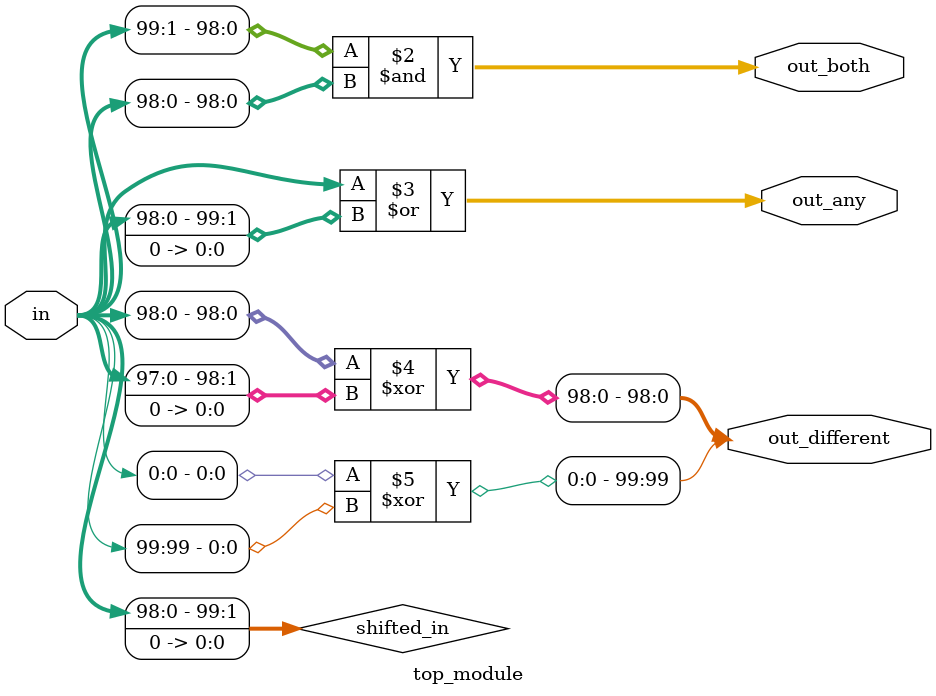
<source format=sv>
module top_module (
	input [99:0] in,
	output [98:0] out_both,
	output [99:0] out_any,
	output [99:0] out_different
);

	wire [99:0] shifted_in;

	assign shifted_in = in << 1;
	
	assign out_both = in[99:1] & in[98:0];
	assign out_any = in | shifted_in;
	assign out_different = {in[0] ^ in[99], in[98:0] ^ shifted_in[98:0]};

endmodule

</source>
